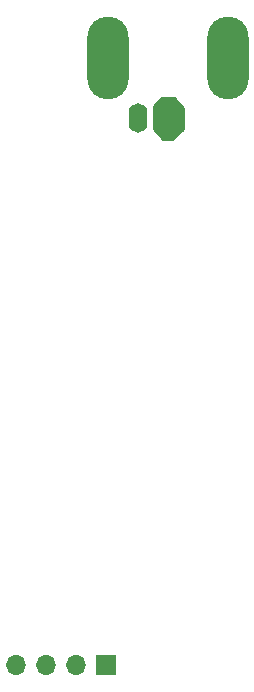
<source format=gbs>
%TF.GenerationSoftware,KiCad,Pcbnew,(5.1.10)-1*%
%TF.CreationDate,2021-06-07T23:37:25-05:00*%
%TF.ProjectId,phMeter,70684d65-7465-4722-9e6b-696361645f70,rev?*%
%TF.SameCoordinates,Original*%
%TF.FileFunction,Soldermask,Bot*%
%TF.FilePolarity,Negative*%
%FSLAX46Y46*%
G04 Gerber Fmt 4.6, Leading zero omitted, Abs format (unit mm)*
G04 Created by KiCad (PCBNEW (5.1.10)-1) date 2021-06-07 23:37:25*
%MOMM*%
%LPD*%
G01*
G04 APERTURE LIST*
%ADD10R,1.700000X1.700000*%
%ADD11O,1.700000X1.700000*%
%ADD12O,3.500000X7.000000*%
%ADD13O,1.600000X2.500000*%
%ADD14C,0.254000*%
%ADD15C,0.100000*%
G04 APERTURE END LIST*
D10*
%TO.C,J3*%
X146177000Y-132969000D03*
D11*
X143637000Y-132969000D03*
X141097000Y-132969000D03*
X138557000Y-132969000D03*
%TD*%
D12*
%TO.C,J1*%
X146304000Y-81534000D03*
X156464000Y-81534000D03*
D13*
X151384000Y-86614000D03*
X148844000Y-86614000D03*
%TD*%
D14*
X152654000Y-85726806D02*
X152654000Y-87526594D01*
X151788594Y-88392000D01*
X151029160Y-88392000D01*
X150190200Y-87576344D01*
X150190200Y-85626471D01*
X150876549Y-84963000D01*
X151890194Y-84963000D01*
X152654000Y-85726806D01*
D15*
G36*
X152654000Y-85726806D02*
G01*
X152654000Y-87526594D01*
X151788594Y-88392000D01*
X151029160Y-88392000D01*
X150190200Y-87576344D01*
X150190200Y-85626471D01*
X150876549Y-84963000D01*
X151890194Y-84963000D01*
X152654000Y-85726806D01*
G37*
M02*

</source>
